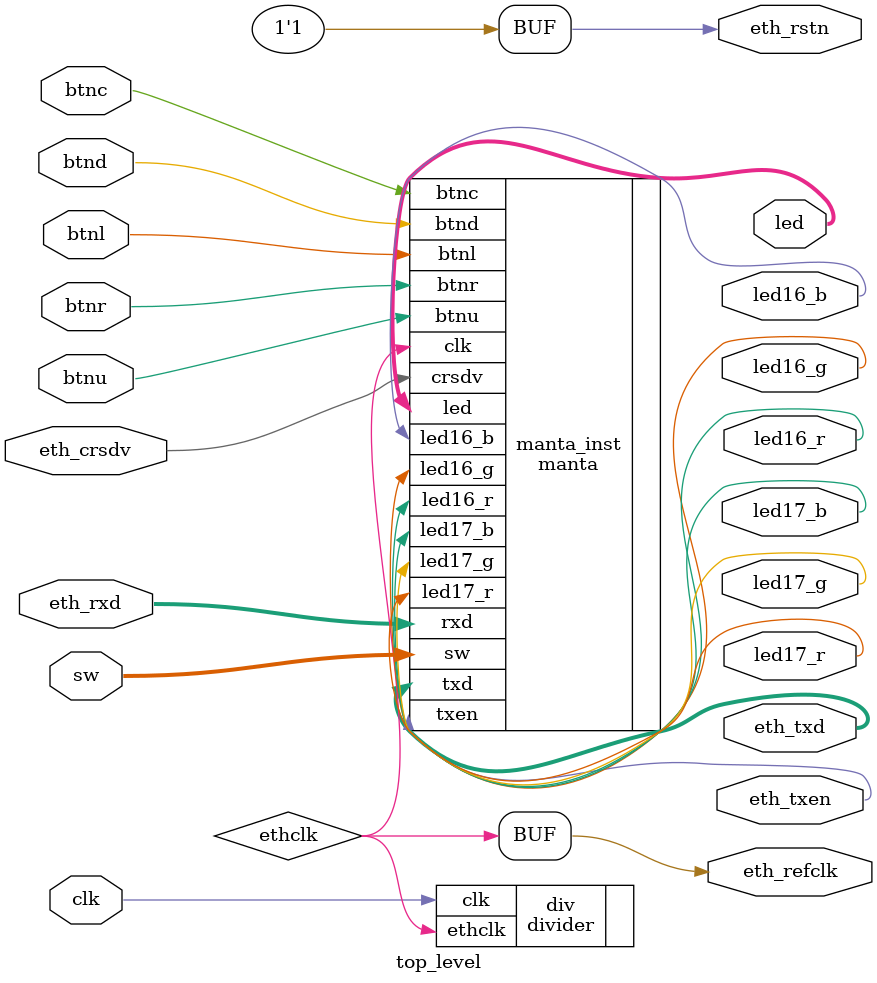
<source format=sv>
`default_nettype none
`timescale 1ns / 1ps

module top_level (
	input wire clk,

    input wire eth_crsdv,
    input wire [1:0] eth_rxd,
	output logic [1:0] eth_txd,
	output logic eth_txen,
    output logic eth_refclk,
    output logic eth_rstn,

    input wire btnu,
    input wire btnd,
    input wire btnl,
    input wire btnr,
	input wire btnc,
    input wire [15:0] sw,
	output logic [15:0] led,
    output logic led16_b,
    output logic led16_g,
    output logic led16_r,
    output logic led17_b,
    output logic led17_g,
    output logic led17_r);

	// 50MHz clock generation for the RMII
	logic ethclk;
	divider div (
		.clk(clk),
		.ethclk(ethclk));

	assign eth_rstn = 1;
	assign eth_refclk = ethclk;

	manta manta_inst (
		.clk(ethclk),

		.crsdv(eth_crsdv),
		.rxd(eth_rxd),
		.txen(eth_txen),
		.txd(eth_txd),

		.btnu(btnu),
		.btnd(btnd),
		.btnl(btnl),
		.btnr(btnr),
		.btnc(btnc),
		.sw(sw),
		.led(led),
		.led16_b(led16_b),
		.led16_g(led16_g),
		.led16_r(led16_r),
		.led17_b(led17_b),
		.led17_g(led17_g),
		.led17_r(led17_r));

endmodule

`default_nettype wire
</source>
